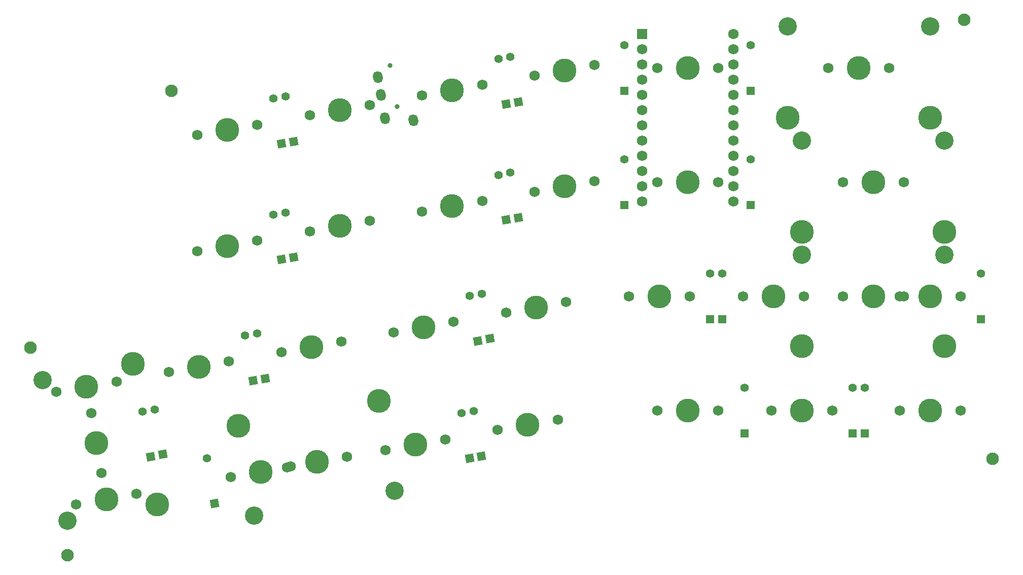
<source format=gbr>
%TF.GenerationSoftware,KiCad,Pcbnew,7.0.6*%
%TF.CreationDate,2024-02-11T12:35:39+01:00*%
%TF.ProjectId,chocobanan_right,63686f63-6f62-4616-9e61-6e5f72696768,rev?*%
%TF.SameCoordinates,Original*%
%TF.FileFunction,Soldermask,Top*%
%TF.FilePolarity,Negative*%
%FSLAX46Y46*%
G04 Gerber Fmt 4.6, Leading zero omitted, Abs format (unit mm)*
G04 Created by KiCad (PCBNEW 7.0.6) date 2024-02-11 12:35:39*
%MOMM*%
%LPD*%
G01*
G04 APERTURE LIST*
G04 Aperture macros list*
%AMHorizOval*
0 Thick line with rounded ends*
0 $1 width*
0 $2 $3 position (X,Y) of the first rounded end (center of the circle)*
0 $4 $5 position (X,Y) of the second rounded end (center of the circle)*
0 Add line between two ends*
20,1,$1,$2,$3,$4,$5,0*
0 Add two circle primitives to create the rounded ends*
1,1,$1,$2,$3*
1,1,$1,$4,$5*%
%AMRotRect*
0 Rectangle, with rotation*
0 The origin of the aperture is its center*
0 $1 length*
0 $2 width*
0 $3 Rotation angle, in degrees counterclockwise*
0 Add horizontal line*
21,1,$1,$2,0,0,$3*%
G04 Aperture macros list end*
%ADD10R,1.397000X1.397000*%
%ADD11C,1.397000*%
%ADD12RotRect,1.397000X1.397000X100.000000*%
%ADD13C,1.750000*%
%ADD14C,3.987800*%
%ADD15C,3.048000*%
%ADD16R,1.752600X1.752600*%
%ADD17C,1.752600*%
%ADD18C,2.100000*%
%ADD19C,0.800000*%
%ADD20HorizOval,1.600000X-0.034730X0.196962X0.034730X-0.196962X0*%
G04 APERTURE END LIST*
D10*
%TO.C,D12*%
X-19050000Y-60960000D03*
D11*
X-19050000Y-53340000D03*
%TD*%
D12*
%TO.C,D16*%
X-62989685Y-64714680D03*
D11*
X-64312885Y-57210444D03*
%TD*%
D13*
%TO.C,MX19*%
X-77660203Y-44088836D03*
D14*
X-72657380Y-43206703D03*
D13*
X-67654557Y-42324570D03*
%TD*%
D15*
%TO.C,MX1*%
X-11906250Y6985000D03*
D14*
X-11906250Y-8255000D03*
D13*
X-5080000Y0D03*
D14*
X0Y0D03*
D13*
X5080000Y0D03*
D15*
X11906250Y6985000D03*
D14*
X11906250Y-8255000D03*
%TD*%
D12*
%TO.C,D21*%
X-96382113Y-12571035D03*
D11*
X-97705313Y-5066799D03*
%TD*%
D13*
%TO.C,MX10*%
X-54137116Y-20597204D03*
D14*
X-49134293Y-19715071D03*
D13*
X-44131470Y-18832938D03*
%TD*%
%TO.C,MX16*%
X-60281765Y-60368425D03*
D14*
X-55278942Y-59486292D03*
D13*
X-50276119Y-58604159D03*
%TD*%
D12*
%TO.C,D27*%
X-118251202Y-64786838D03*
D11*
X-119574402Y-57282602D03*
%TD*%
D13*
%TO.C,MX24*%
X-104838161Y-68224920D03*
D14*
X-99835338Y-67342787D03*
D13*
X-94832515Y-66460654D03*
%TD*%
%TO.C,MX11*%
X-38417500Y-38100000D03*
D14*
X-33337500Y-38100000D03*
D13*
X-28257500Y-38100000D03*
%TD*%
%TO.C,MX7*%
X-19367500Y-38100000D03*
D14*
X-14287500Y-38100000D03*
D13*
X-9207500Y-38100000D03*
%TD*%
D12*
%TO.C,D17*%
X-94366211Y-12215577D03*
D11*
X-95689411Y-4711341D03*
%TD*%
D12*
%TO.C,D14*%
X-58860937Y-25298917D03*
D11*
X-60184137Y-17794681D03*
%TD*%
D13*
%TO.C,MX21*%
X-110418879Y-11177320D03*
D14*
X-105416056Y-10295187D03*
D13*
X-100413233Y-9413054D03*
%TD*%
D12*
%TO.C,D23*%
X-99128711Y-51743089D03*
D11*
X-100451911Y-44238853D03*
%TD*%
D13*
%TO.C,MX13*%
X-72897703Y-4561325D03*
D14*
X-67894880Y-3679192D03*
D13*
X-62892057Y-2797059D03*
%TD*%
D10*
%TO.C,D3*%
X20408250Y-41910000D03*
D11*
X20408250Y-34290000D03*
%TD*%
D13*
%TO.C,MX15*%
X-58899616Y-40780838D03*
D14*
X-53896793Y-39898705D03*
D13*
X-48893970Y-39016572D03*
%TD*%
D10*
%TO.C,D4*%
X1023500Y-60960000D03*
D11*
X1023500Y-53340000D03*
%TD*%
D10*
%TO.C,D5*%
X-39123500Y-3810000D03*
D11*
X-39123500Y3810000D03*
%TD*%
D13*
%TO.C,MX20*%
X-79042353Y-63676423D03*
D14*
X-74039530Y-62794290D03*
D13*
X-69036707Y-61912157D03*
%TD*%
D14*
%TO.C,MX24.1*%
X-103613877Y-59626699D03*
D15*
X-100967479Y-74635169D03*
D13*
X-95457867Y-66570921D03*
D14*
X-90455044Y-65688788D03*
D13*
X-85452221Y-64806655D03*
D14*
X-80163142Y-55491701D03*
D15*
X-77516744Y-70500172D03*
%TD*%
D12*
%TO.C,D10*%
X-56845036Y-24943459D03*
D11*
X-58168236Y-17439223D03*
%TD*%
D13*
%TO.C,MX25*%
X-115181379Y-50704831D03*
D14*
X-110178556Y-49822698D03*
D13*
X-105175733Y-48940565D03*
%TD*%
%TO.C,MX23*%
X-96420791Y-47396834D03*
D14*
X-91417968Y-46514701D03*
D13*
X-86415145Y-45632568D03*
%TD*%
D16*
%TO.C,U1*%
X-36195000Y5715000D03*
D17*
X-36195000Y3175000D03*
X-36195000Y635000D03*
X-36195000Y-1905000D03*
X-36195000Y-4445000D03*
X-36195000Y-6985000D03*
X-36195000Y-9525000D03*
X-36195000Y-12065000D03*
X-36195000Y-14605000D03*
X-36195000Y-17145000D03*
X-36195000Y-19685000D03*
X-36195000Y-22225000D03*
X-20955000Y-22225000D03*
X-20955000Y-19685000D03*
X-20955000Y-17145000D03*
X-20955000Y-14605000D03*
X-20955000Y-12065000D03*
X-20955000Y-9525000D03*
X-20955000Y-6985000D03*
X-20955000Y-4445000D03*
X-20955000Y-1905000D03*
X-20955000Y635000D03*
X-20955000Y3175000D03*
X-20955000Y5715000D03*
%TD*%
D13*
%TO.C,MX8*%
X-14605000Y-57150000D03*
D14*
X-9525000Y-57150000D03*
D13*
X-4445000Y-57150000D03*
%TD*%
D10*
%TO.C,D7*%
X-22789000Y-41910000D03*
D11*
X-22789000Y-34290000D03*
%TD*%
D15*
%TO.C,MX2*%
X-9525000Y-12065000D03*
D14*
X-9525000Y-27305000D03*
D13*
X-2698750Y-19050000D03*
D14*
X2381250Y-19050000D03*
D13*
X7461250Y-19050000D03*
D15*
X14287500Y-12065000D03*
D14*
X14287500Y-27305000D03*
%TD*%
D12*
%TO.C,D15*%
X-61607536Y-45127093D03*
D11*
X-62930736Y-37622857D03*
%TD*%
D12*
%TO.C,D24*%
X-107546573Y-72571262D03*
D11*
X-108869773Y-65067026D03*
%TD*%
%TO.C,D26*%
X-117543374Y-56915916D03*
D12*
X-116220174Y-64420152D03*
%TD*%
D15*
%TO.C,MX3.1*%
X-9525000Y-31115000D03*
D14*
X-9525000Y-46355000D03*
D13*
X-2698750Y-38100000D03*
D14*
X2381250Y-38100000D03*
D13*
X7461250Y-38100000D03*
D15*
X14287500Y-31115000D03*
D14*
X14287500Y-46355000D03*
%TD*%
D13*
%TO.C,MX3*%
X6826250Y-38100000D03*
D14*
X11906250Y-38100000D03*
D13*
X16986250Y-38100000D03*
%TD*%
D10*
%TO.C,D6*%
X-39123500Y-22860000D03*
D11*
X-39123500Y-15240000D03*
%TD*%
D15*
%TO.C,MX20.1*%
X-132096529Y-75449290D03*
D14*
X-117088058Y-72802892D03*
D13*
X-126403012Y-67513813D03*
D14*
X-127285145Y-62510990D03*
D13*
X-128167278Y-57508167D03*
D15*
X-136231526Y-51998555D03*
D14*
X-121223056Y-49352157D03*
%TD*%
D12*
%TO.C,D22*%
X-96382113Y-31914912D03*
D11*
X-97705313Y-24410676D03*
%TD*%
D13*
%TO.C,MX5*%
X-33655000Y0D03*
D14*
X-28575000Y0D03*
D13*
X-23495000Y0D03*
%TD*%
%TO.C,MX17*%
X-91658291Y-7869322D03*
D14*
X-86655468Y-6987189D03*
D13*
X-81652645Y-6105056D03*
%TD*%
%TO.C,MX9*%
X-54137116Y-1253327D03*
D14*
X-49134293Y-371194D03*
D13*
X-44131470Y510939D03*
%TD*%
%TO.C,MX14*%
X-72897703Y-23905202D03*
D14*
X-67894880Y-23023069D03*
D13*
X-62892057Y-22140936D03*
%TD*%
D10*
%TO.C,D11*%
X-24836000Y-41910000D03*
D11*
X-24836000Y-34290000D03*
%TD*%
D13*
%TO.C,MX22*%
X-110418879Y-30521197D03*
D14*
X-105416056Y-29639064D03*
D13*
X-100413233Y-28756931D03*
%TD*%
D12*
%TO.C,D18*%
X-94366211Y-31559454D03*
D11*
X-95689411Y-24055218D03*
%TD*%
D12*
%TO.C,D25*%
X-101144613Y-52098546D03*
D11*
X-102467813Y-44594310D03*
%TD*%
D13*
%TO.C,MX26*%
X-133941967Y-54012829D03*
D14*
X-128939144Y-53130696D03*
D13*
X-123936321Y-52248563D03*
%TD*%
D12*
%TO.C,D9*%
X-56845036Y-5599582D03*
D11*
X-58168236Y1904654D03*
%TD*%
D10*
%TO.C,D8*%
X-1023500Y-60960000D03*
D11*
X-1023500Y-53340000D03*
%TD*%
D13*
%TO.C,MX6*%
X-33655000Y-19050000D03*
D14*
X-28575000Y-19050000D03*
D13*
X-23495000Y-19050000D03*
%TD*%
D10*
%TO.C,D2*%
X-18026500Y-22860000D03*
D11*
X-18026500Y-15240000D03*
%TD*%
D13*
%TO.C,MX27*%
X-130633969Y-72773417D03*
D14*
X-125631146Y-71891284D03*
D13*
X-120628323Y-71009151D03*
%TD*%
D12*
%TO.C,D20*%
X-65005586Y-65070138D03*
D11*
X-66328786Y-57565902D03*
%TD*%
D12*
%TO.C,D13*%
X-58860937Y-5955040D03*
D11*
X-60184137Y1549196D03*
%TD*%
D13*
%TO.C,MX18*%
X-91658291Y-27213199D03*
D14*
X-86655468Y-26331066D03*
D13*
X-81652645Y-25448933D03*
%TD*%
D10*
%TO.C,D1*%
X-18026500Y-3810000D03*
D11*
X-18026500Y3810000D03*
%TD*%
D13*
%TO.C,MX12*%
X-33655000Y-57150000D03*
D14*
X-28575000Y-57150000D03*
D13*
X-23495000Y-57150000D03*
%TD*%
%TO.C,MX4*%
X6826250Y-57150000D03*
D14*
X11906250Y-57150000D03*
D13*
X16986250Y-57150000D03*
%TD*%
D12*
%TO.C,D19*%
X-63623437Y-45482551D03*
D11*
X-64946637Y-37978315D03*
%TD*%
D18*
%TO.C,H2*%
X22330500Y-65192830D03*
%TD*%
%TO.C,H3*%
X-114733517Y-3771031D03*
%TD*%
%TO.C,H5*%
X-132155302Y-81208745D03*
%TD*%
%TO.C,H1*%
X17568000Y8042830D03*
%TD*%
%TO.C,H4*%
X-138256605Y-46606540D03*
%TD*%
D19*
%TO.C,U2*%
X-77088503Y-6391859D03*
X-78304040Y501796D03*
D20*
X-74354595Y-8651449D03*
X-79075724Y-8366942D03*
X-79770316Y-4427711D03*
X-80291261Y-1473287D03*
%TD*%
M02*

</source>
